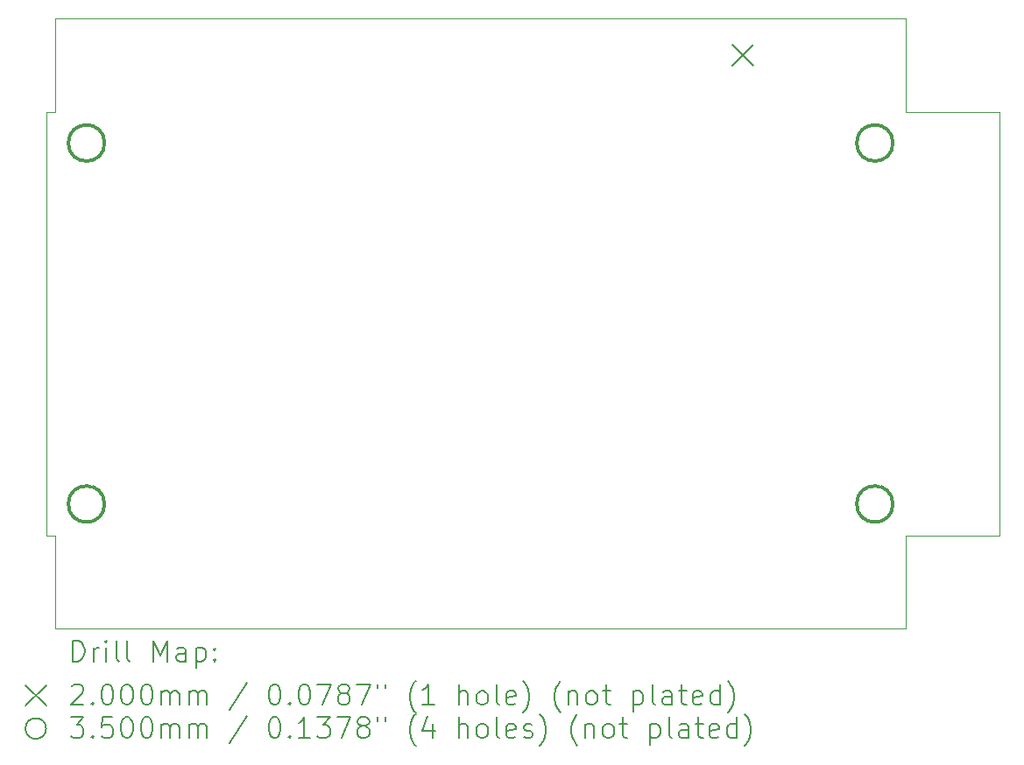
<source format=gbr>
%FSLAX45Y45*%
G04 Gerber Fmt 4.5, Leading zero omitted, Abs format (unit mm)*
G04 Created by KiCad (PCBNEW (6.0.4-0)) date 2023-07-28 13:04:55*
%MOMM*%
%LPD*%
G01*
G04 APERTURE LIST*
%TA.AperFunction,Profile*%
%ADD10C,0.100000*%
%TD*%
%ADD11C,0.200000*%
%ADD12C,0.350000*%
G04 APERTURE END LIST*
D10*
X4883240Y-5988500D02*
X13107760Y-5988500D01*
X4801000Y-10989760D02*
X4883240Y-10989760D01*
X4801000Y-6892740D02*
X4883240Y-6892740D01*
X13107760Y-11894000D02*
X4883240Y-11894000D01*
X13107760Y-10989760D02*
X14012000Y-10989760D01*
X13107760Y-11894000D02*
X13107760Y-10989760D01*
X4883240Y-10989760D02*
X4883240Y-11894000D01*
X14012000Y-6892740D02*
X14012000Y-10989760D01*
X4801000Y-6892740D02*
X4801000Y-10989760D01*
X13107760Y-6892740D02*
X14012000Y-6892740D01*
X4883240Y-6892740D02*
X4883240Y-5988500D01*
X13107760Y-5988500D02*
X13107760Y-6892740D01*
D11*
X11428000Y-6246000D02*
X11628000Y-6446000D01*
X11628000Y-6246000D02*
X11428000Y-6446000D01*
D12*
X5360500Y-7195000D02*
G75*
G03*
X5360500Y-7195000I-175000J0D01*
G01*
X5360500Y-10687500D02*
G75*
G03*
X5360500Y-10687500I-175000J0D01*
G01*
X12980500Y-7195000D02*
G75*
G03*
X12980500Y-7195000I-175000J0D01*
G01*
X12980500Y-10687500D02*
G75*
G03*
X12980500Y-10687500I-175000J0D01*
G01*
D11*
X5053619Y-12209476D02*
X5053619Y-12009476D01*
X5101238Y-12009476D01*
X5129810Y-12019000D01*
X5148857Y-12038048D01*
X5158381Y-12057095D01*
X5167905Y-12095190D01*
X5167905Y-12123762D01*
X5158381Y-12161857D01*
X5148857Y-12180905D01*
X5129810Y-12199952D01*
X5101238Y-12209476D01*
X5053619Y-12209476D01*
X5253619Y-12209476D02*
X5253619Y-12076143D01*
X5253619Y-12114238D02*
X5263143Y-12095190D01*
X5272667Y-12085667D01*
X5291714Y-12076143D01*
X5310762Y-12076143D01*
X5377429Y-12209476D02*
X5377429Y-12076143D01*
X5377429Y-12009476D02*
X5367905Y-12019000D01*
X5377429Y-12028524D01*
X5386952Y-12019000D01*
X5377429Y-12009476D01*
X5377429Y-12028524D01*
X5501238Y-12209476D02*
X5482190Y-12199952D01*
X5472667Y-12180905D01*
X5472667Y-12009476D01*
X5606000Y-12209476D02*
X5586952Y-12199952D01*
X5577429Y-12180905D01*
X5577429Y-12009476D01*
X5834571Y-12209476D02*
X5834571Y-12009476D01*
X5901238Y-12152333D01*
X5967905Y-12009476D01*
X5967905Y-12209476D01*
X6148857Y-12209476D02*
X6148857Y-12104714D01*
X6139333Y-12085667D01*
X6120286Y-12076143D01*
X6082190Y-12076143D01*
X6063143Y-12085667D01*
X6148857Y-12199952D02*
X6129809Y-12209476D01*
X6082190Y-12209476D01*
X6063143Y-12199952D01*
X6053619Y-12180905D01*
X6053619Y-12161857D01*
X6063143Y-12142809D01*
X6082190Y-12133286D01*
X6129809Y-12133286D01*
X6148857Y-12123762D01*
X6244095Y-12076143D02*
X6244095Y-12276143D01*
X6244095Y-12085667D02*
X6263143Y-12076143D01*
X6301238Y-12076143D01*
X6320286Y-12085667D01*
X6329809Y-12095190D01*
X6339333Y-12114238D01*
X6339333Y-12171381D01*
X6329809Y-12190428D01*
X6320286Y-12199952D01*
X6301238Y-12209476D01*
X6263143Y-12209476D01*
X6244095Y-12199952D01*
X6425048Y-12190428D02*
X6434571Y-12199952D01*
X6425048Y-12209476D01*
X6415524Y-12199952D01*
X6425048Y-12190428D01*
X6425048Y-12209476D01*
X6425048Y-12085667D02*
X6434571Y-12095190D01*
X6425048Y-12104714D01*
X6415524Y-12095190D01*
X6425048Y-12085667D01*
X6425048Y-12104714D01*
X4596000Y-12439000D02*
X4796000Y-12639000D01*
X4796000Y-12439000D02*
X4596000Y-12639000D01*
X5044095Y-12448524D02*
X5053619Y-12439000D01*
X5072667Y-12429476D01*
X5120286Y-12429476D01*
X5139333Y-12439000D01*
X5148857Y-12448524D01*
X5158381Y-12467571D01*
X5158381Y-12486619D01*
X5148857Y-12515190D01*
X5034571Y-12629476D01*
X5158381Y-12629476D01*
X5244095Y-12610428D02*
X5253619Y-12619952D01*
X5244095Y-12629476D01*
X5234571Y-12619952D01*
X5244095Y-12610428D01*
X5244095Y-12629476D01*
X5377429Y-12429476D02*
X5396476Y-12429476D01*
X5415524Y-12439000D01*
X5425048Y-12448524D01*
X5434571Y-12467571D01*
X5444095Y-12505667D01*
X5444095Y-12553286D01*
X5434571Y-12591381D01*
X5425048Y-12610428D01*
X5415524Y-12619952D01*
X5396476Y-12629476D01*
X5377429Y-12629476D01*
X5358381Y-12619952D01*
X5348857Y-12610428D01*
X5339333Y-12591381D01*
X5329810Y-12553286D01*
X5329810Y-12505667D01*
X5339333Y-12467571D01*
X5348857Y-12448524D01*
X5358381Y-12439000D01*
X5377429Y-12429476D01*
X5567905Y-12429476D02*
X5586952Y-12429476D01*
X5606000Y-12439000D01*
X5615524Y-12448524D01*
X5625048Y-12467571D01*
X5634571Y-12505667D01*
X5634571Y-12553286D01*
X5625048Y-12591381D01*
X5615524Y-12610428D01*
X5606000Y-12619952D01*
X5586952Y-12629476D01*
X5567905Y-12629476D01*
X5548857Y-12619952D01*
X5539333Y-12610428D01*
X5529810Y-12591381D01*
X5520286Y-12553286D01*
X5520286Y-12505667D01*
X5529810Y-12467571D01*
X5539333Y-12448524D01*
X5548857Y-12439000D01*
X5567905Y-12429476D01*
X5758381Y-12429476D02*
X5777428Y-12429476D01*
X5796476Y-12439000D01*
X5806000Y-12448524D01*
X5815524Y-12467571D01*
X5825048Y-12505667D01*
X5825048Y-12553286D01*
X5815524Y-12591381D01*
X5806000Y-12610428D01*
X5796476Y-12619952D01*
X5777428Y-12629476D01*
X5758381Y-12629476D01*
X5739333Y-12619952D01*
X5729809Y-12610428D01*
X5720286Y-12591381D01*
X5710762Y-12553286D01*
X5710762Y-12505667D01*
X5720286Y-12467571D01*
X5729809Y-12448524D01*
X5739333Y-12439000D01*
X5758381Y-12429476D01*
X5910762Y-12629476D02*
X5910762Y-12496143D01*
X5910762Y-12515190D02*
X5920286Y-12505667D01*
X5939333Y-12496143D01*
X5967905Y-12496143D01*
X5986952Y-12505667D01*
X5996476Y-12524714D01*
X5996476Y-12629476D01*
X5996476Y-12524714D02*
X6006000Y-12505667D01*
X6025048Y-12496143D01*
X6053619Y-12496143D01*
X6072667Y-12505667D01*
X6082190Y-12524714D01*
X6082190Y-12629476D01*
X6177428Y-12629476D02*
X6177428Y-12496143D01*
X6177428Y-12515190D02*
X6186952Y-12505667D01*
X6206000Y-12496143D01*
X6234571Y-12496143D01*
X6253619Y-12505667D01*
X6263143Y-12524714D01*
X6263143Y-12629476D01*
X6263143Y-12524714D02*
X6272667Y-12505667D01*
X6291714Y-12496143D01*
X6320286Y-12496143D01*
X6339333Y-12505667D01*
X6348857Y-12524714D01*
X6348857Y-12629476D01*
X6739333Y-12419952D02*
X6567905Y-12677095D01*
X6996476Y-12429476D02*
X7015524Y-12429476D01*
X7034571Y-12439000D01*
X7044095Y-12448524D01*
X7053619Y-12467571D01*
X7063143Y-12505667D01*
X7063143Y-12553286D01*
X7053619Y-12591381D01*
X7044095Y-12610428D01*
X7034571Y-12619952D01*
X7015524Y-12629476D01*
X6996476Y-12629476D01*
X6977428Y-12619952D01*
X6967905Y-12610428D01*
X6958381Y-12591381D01*
X6948857Y-12553286D01*
X6948857Y-12505667D01*
X6958381Y-12467571D01*
X6967905Y-12448524D01*
X6977428Y-12439000D01*
X6996476Y-12429476D01*
X7148857Y-12610428D02*
X7158381Y-12619952D01*
X7148857Y-12629476D01*
X7139333Y-12619952D01*
X7148857Y-12610428D01*
X7148857Y-12629476D01*
X7282190Y-12429476D02*
X7301238Y-12429476D01*
X7320286Y-12439000D01*
X7329809Y-12448524D01*
X7339333Y-12467571D01*
X7348857Y-12505667D01*
X7348857Y-12553286D01*
X7339333Y-12591381D01*
X7329809Y-12610428D01*
X7320286Y-12619952D01*
X7301238Y-12629476D01*
X7282190Y-12629476D01*
X7263143Y-12619952D01*
X7253619Y-12610428D01*
X7244095Y-12591381D01*
X7234571Y-12553286D01*
X7234571Y-12505667D01*
X7244095Y-12467571D01*
X7253619Y-12448524D01*
X7263143Y-12439000D01*
X7282190Y-12429476D01*
X7415524Y-12429476D02*
X7548857Y-12429476D01*
X7463143Y-12629476D01*
X7653619Y-12515190D02*
X7634571Y-12505667D01*
X7625048Y-12496143D01*
X7615524Y-12477095D01*
X7615524Y-12467571D01*
X7625048Y-12448524D01*
X7634571Y-12439000D01*
X7653619Y-12429476D01*
X7691714Y-12429476D01*
X7710762Y-12439000D01*
X7720286Y-12448524D01*
X7729809Y-12467571D01*
X7729809Y-12477095D01*
X7720286Y-12496143D01*
X7710762Y-12505667D01*
X7691714Y-12515190D01*
X7653619Y-12515190D01*
X7634571Y-12524714D01*
X7625048Y-12534238D01*
X7615524Y-12553286D01*
X7615524Y-12591381D01*
X7625048Y-12610428D01*
X7634571Y-12619952D01*
X7653619Y-12629476D01*
X7691714Y-12629476D01*
X7710762Y-12619952D01*
X7720286Y-12610428D01*
X7729809Y-12591381D01*
X7729809Y-12553286D01*
X7720286Y-12534238D01*
X7710762Y-12524714D01*
X7691714Y-12515190D01*
X7796476Y-12429476D02*
X7929809Y-12429476D01*
X7844095Y-12629476D01*
X7996476Y-12429476D02*
X7996476Y-12467571D01*
X8072667Y-12429476D02*
X8072667Y-12467571D01*
X8367905Y-12705667D02*
X8358381Y-12696143D01*
X8339333Y-12667571D01*
X8329809Y-12648524D01*
X8320286Y-12619952D01*
X8310762Y-12572333D01*
X8310762Y-12534238D01*
X8320286Y-12486619D01*
X8329809Y-12458048D01*
X8339333Y-12439000D01*
X8358381Y-12410428D01*
X8367905Y-12400905D01*
X8548857Y-12629476D02*
X8434571Y-12629476D01*
X8491714Y-12629476D02*
X8491714Y-12429476D01*
X8472667Y-12458048D01*
X8453619Y-12477095D01*
X8434571Y-12486619D01*
X8786952Y-12629476D02*
X8786952Y-12429476D01*
X8872667Y-12629476D02*
X8872667Y-12524714D01*
X8863143Y-12505667D01*
X8844095Y-12496143D01*
X8815524Y-12496143D01*
X8796476Y-12505667D01*
X8786952Y-12515190D01*
X8996476Y-12629476D02*
X8977429Y-12619952D01*
X8967905Y-12610428D01*
X8958381Y-12591381D01*
X8958381Y-12534238D01*
X8967905Y-12515190D01*
X8977429Y-12505667D01*
X8996476Y-12496143D01*
X9025048Y-12496143D01*
X9044095Y-12505667D01*
X9053619Y-12515190D01*
X9063143Y-12534238D01*
X9063143Y-12591381D01*
X9053619Y-12610428D01*
X9044095Y-12619952D01*
X9025048Y-12629476D01*
X8996476Y-12629476D01*
X9177429Y-12629476D02*
X9158381Y-12619952D01*
X9148857Y-12600905D01*
X9148857Y-12429476D01*
X9329810Y-12619952D02*
X9310762Y-12629476D01*
X9272667Y-12629476D01*
X9253619Y-12619952D01*
X9244095Y-12600905D01*
X9244095Y-12524714D01*
X9253619Y-12505667D01*
X9272667Y-12496143D01*
X9310762Y-12496143D01*
X9329810Y-12505667D01*
X9339333Y-12524714D01*
X9339333Y-12543762D01*
X9244095Y-12562809D01*
X9406000Y-12705667D02*
X9415524Y-12696143D01*
X9434571Y-12667571D01*
X9444095Y-12648524D01*
X9453619Y-12619952D01*
X9463143Y-12572333D01*
X9463143Y-12534238D01*
X9453619Y-12486619D01*
X9444095Y-12458048D01*
X9434571Y-12439000D01*
X9415524Y-12410428D01*
X9406000Y-12400905D01*
X9767905Y-12705667D02*
X9758381Y-12696143D01*
X9739333Y-12667571D01*
X9729810Y-12648524D01*
X9720286Y-12619952D01*
X9710762Y-12572333D01*
X9710762Y-12534238D01*
X9720286Y-12486619D01*
X9729810Y-12458048D01*
X9739333Y-12439000D01*
X9758381Y-12410428D01*
X9767905Y-12400905D01*
X9844095Y-12496143D02*
X9844095Y-12629476D01*
X9844095Y-12515190D02*
X9853619Y-12505667D01*
X9872667Y-12496143D01*
X9901238Y-12496143D01*
X9920286Y-12505667D01*
X9929810Y-12524714D01*
X9929810Y-12629476D01*
X10053619Y-12629476D02*
X10034571Y-12619952D01*
X10025048Y-12610428D01*
X10015524Y-12591381D01*
X10015524Y-12534238D01*
X10025048Y-12515190D01*
X10034571Y-12505667D01*
X10053619Y-12496143D01*
X10082190Y-12496143D01*
X10101238Y-12505667D01*
X10110762Y-12515190D01*
X10120286Y-12534238D01*
X10120286Y-12591381D01*
X10110762Y-12610428D01*
X10101238Y-12619952D01*
X10082190Y-12629476D01*
X10053619Y-12629476D01*
X10177429Y-12496143D02*
X10253619Y-12496143D01*
X10206000Y-12429476D02*
X10206000Y-12600905D01*
X10215524Y-12619952D01*
X10234571Y-12629476D01*
X10253619Y-12629476D01*
X10472667Y-12496143D02*
X10472667Y-12696143D01*
X10472667Y-12505667D02*
X10491714Y-12496143D01*
X10529810Y-12496143D01*
X10548857Y-12505667D01*
X10558381Y-12515190D01*
X10567905Y-12534238D01*
X10567905Y-12591381D01*
X10558381Y-12610428D01*
X10548857Y-12619952D01*
X10529810Y-12629476D01*
X10491714Y-12629476D01*
X10472667Y-12619952D01*
X10682190Y-12629476D02*
X10663143Y-12619952D01*
X10653619Y-12600905D01*
X10653619Y-12429476D01*
X10844095Y-12629476D02*
X10844095Y-12524714D01*
X10834571Y-12505667D01*
X10815524Y-12496143D01*
X10777429Y-12496143D01*
X10758381Y-12505667D01*
X10844095Y-12619952D02*
X10825048Y-12629476D01*
X10777429Y-12629476D01*
X10758381Y-12619952D01*
X10748857Y-12600905D01*
X10748857Y-12581857D01*
X10758381Y-12562809D01*
X10777429Y-12553286D01*
X10825048Y-12553286D01*
X10844095Y-12543762D01*
X10910762Y-12496143D02*
X10986952Y-12496143D01*
X10939333Y-12429476D02*
X10939333Y-12600905D01*
X10948857Y-12619952D01*
X10967905Y-12629476D01*
X10986952Y-12629476D01*
X11129810Y-12619952D02*
X11110762Y-12629476D01*
X11072667Y-12629476D01*
X11053619Y-12619952D01*
X11044095Y-12600905D01*
X11044095Y-12524714D01*
X11053619Y-12505667D01*
X11072667Y-12496143D01*
X11110762Y-12496143D01*
X11129810Y-12505667D01*
X11139333Y-12524714D01*
X11139333Y-12543762D01*
X11044095Y-12562809D01*
X11310762Y-12629476D02*
X11310762Y-12429476D01*
X11310762Y-12619952D02*
X11291714Y-12629476D01*
X11253619Y-12629476D01*
X11234571Y-12619952D01*
X11225048Y-12610428D01*
X11215524Y-12591381D01*
X11215524Y-12534238D01*
X11225048Y-12515190D01*
X11234571Y-12505667D01*
X11253619Y-12496143D01*
X11291714Y-12496143D01*
X11310762Y-12505667D01*
X11386952Y-12705667D02*
X11396476Y-12696143D01*
X11415524Y-12667571D01*
X11425048Y-12648524D01*
X11434571Y-12619952D01*
X11444095Y-12572333D01*
X11444095Y-12534238D01*
X11434571Y-12486619D01*
X11425048Y-12458048D01*
X11415524Y-12439000D01*
X11396476Y-12410428D01*
X11386952Y-12400905D01*
X4796000Y-12859000D02*
G75*
G03*
X4796000Y-12859000I-100000J0D01*
G01*
X5034571Y-12749476D02*
X5158381Y-12749476D01*
X5091714Y-12825667D01*
X5120286Y-12825667D01*
X5139333Y-12835190D01*
X5148857Y-12844714D01*
X5158381Y-12863762D01*
X5158381Y-12911381D01*
X5148857Y-12930428D01*
X5139333Y-12939952D01*
X5120286Y-12949476D01*
X5063143Y-12949476D01*
X5044095Y-12939952D01*
X5034571Y-12930428D01*
X5244095Y-12930428D02*
X5253619Y-12939952D01*
X5244095Y-12949476D01*
X5234571Y-12939952D01*
X5244095Y-12930428D01*
X5244095Y-12949476D01*
X5434571Y-12749476D02*
X5339333Y-12749476D01*
X5329810Y-12844714D01*
X5339333Y-12835190D01*
X5358381Y-12825667D01*
X5406000Y-12825667D01*
X5425048Y-12835190D01*
X5434571Y-12844714D01*
X5444095Y-12863762D01*
X5444095Y-12911381D01*
X5434571Y-12930428D01*
X5425048Y-12939952D01*
X5406000Y-12949476D01*
X5358381Y-12949476D01*
X5339333Y-12939952D01*
X5329810Y-12930428D01*
X5567905Y-12749476D02*
X5586952Y-12749476D01*
X5606000Y-12759000D01*
X5615524Y-12768524D01*
X5625048Y-12787571D01*
X5634571Y-12825667D01*
X5634571Y-12873286D01*
X5625048Y-12911381D01*
X5615524Y-12930428D01*
X5606000Y-12939952D01*
X5586952Y-12949476D01*
X5567905Y-12949476D01*
X5548857Y-12939952D01*
X5539333Y-12930428D01*
X5529810Y-12911381D01*
X5520286Y-12873286D01*
X5520286Y-12825667D01*
X5529810Y-12787571D01*
X5539333Y-12768524D01*
X5548857Y-12759000D01*
X5567905Y-12749476D01*
X5758381Y-12749476D02*
X5777428Y-12749476D01*
X5796476Y-12759000D01*
X5806000Y-12768524D01*
X5815524Y-12787571D01*
X5825048Y-12825667D01*
X5825048Y-12873286D01*
X5815524Y-12911381D01*
X5806000Y-12930428D01*
X5796476Y-12939952D01*
X5777428Y-12949476D01*
X5758381Y-12949476D01*
X5739333Y-12939952D01*
X5729809Y-12930428D01*
X5720286Y-12911381D01*
X5710762Y-12873286D01*
X5710762Y-12825667D01*
X5720286Y-12787571D01*
X5729809Y-12768524D01*
X5739333Y-12759000D01*
X5758381Y-12749476D01*
X5910762Y-12949476D02*
X5910762Y-12816143D01*
X5910762Y-12835190D02*
X5920286Y-12825667D01*
X5939333Y-12816143D01*
X5967905Y-12816143D01*
X5986952Y-12825667D01*
X5996476Y-12844714D01*
X5996476Y-12949476D01*
X5996476Y-12844714D02*
X6006000Y-12825667D01*
X6025048Y-12816143D01*
X6053619Y-12816143D01*
X6072667Y-12825667D01*
X6082190Y-12844714D01*
X6082190Y-12949476D01*
X6177428Y-12949476D02*
X6177428Y-12816143D01*
X6177428Y-12835190D02*
X6186952Y-12825667D01*
X6206000Y-12816143D01*
X6234571Y-12816143D01*
X6253619Y-12825667D01*
X6263143Y-12844714D01*
X6263143Y-12949476D01*
X6263143Y-12844714D02*
X6272667Y-12825667D01*
X6291714Y-12816143D01*
X6320286Y-12816143D01*
X6339333Y-12825667D01*
X6348857Y-12844714D01*
X6348857Y-12949476D01*
X6739333Y-12739952D02*
X6567905Y-12997095D01*
X6996476Y-12749476D02*
X7015524Y-12749476D01*
X7034571Y-12759000D01*
X7044095Y-12768524D01*
X7053619Y-12787571D01*
X7063143Y-12825667D01*
X7063143Y-12873286D01*
X7053619Y-12911381D01*
X7044095Y-12930428D01*
X7034571Y-12939952D01*
X7015524Y-12949476D01*
X6996476Y-12949476D01*
X6977428Y-12939952D01*
X6967905Y-12930428D01*
X6958381Y-12911381D01*
X6948857Y-12873286D01*
X6948857Y-12825667D01*
X6958381Y-12787571D01*
X6967905Y-12768524D01*
X6977428Y-12759000D01*
X6996476Y-12749476D01*
X7148857Y-12930428D02*
X7158381Y-12939952D01*
X7148857Y-12949476D01*
X7139333Y-12939952D01*
X7148857Y-12930428D01*
X7148857Y-12949476D01*
X7348857Y-12949476D02*
X7234571Y-12949476D01*
X7291714Y-12949476D02*
X7291714Y-12749476D01*
X7272667Y-12778048D01*
X7253619Y-12797095D01*
X7234571Y-12806619D01*
X7415524Y-12749476D02*
X7539333Y-12749476D01*
X7472667Y-12825667D01*
X7501238Y-12825667D01*
X7520286Y-12835190D01*
X7529809Y-12844714D01*
X7539333Y-12863762D01*
X7539333Y-12911381D01*
X7529809Y-12930428D01*
X7520286Y-12939952D01*
X7501238Y-12949476D01*
X7444095Y-12949476D01*
X7425048Y-12939952D01*
X7415524Y-12930428D01*
X7606000Y-12749476D02*
X7739333Y-12749476D01*
X7653619Y-12949476D01*
X7844095Y-12835190D02*
X7825048Y-12825667D01*
X7815524Y-12816143D01*
X7806000Y-12797095D01*
X7806000Y-12787571D01*
X7815524Y-12768524D01*
X7825048Y-12759000D01*
X7844095Y-12749476D01*
X7882190Y-12749476D01*
X7901238Y-12759000D01*
X7910762Y-12768524D01*
X7920286Y-12787571D01*
X7920286Y-12797095D01*
X7910762Y-12816143D01*
X7901238Y-12825667D01*
X7882190Y-12835190D01*
X7844095Y-12835190D01*
X7825048Y-12844714D01*
X7815524Y-12854238D01*
X7806000Y-12873286D01*
X7806000Y-12911381D01*
X7815524Y-12930428D01*
X7825048Y-12939952D01*
X7844095Y-12949476D01*
X7882190Y-12949476D01*
X7901238Y-12939952D01*
X7910762Y-12930428D01*
X7920286Y-12911381D01*
X7920286Y-12873286D01*
X7910762Y-12854238D01*
X7901238Y-12844714D01*
X7882190Y-12835190D01*
X7996476Y-12749476D02*
X7996476Y-12787571D01*
X8072667Y-12749476D02*
X8072667Y-12787571D01*
X8367905Y-13025667D02*
X8358381Y-13016143D01*
X8339333Y-12987571D01*
X8329809Y-12968524D01*
X8320286Y-12939952D01*
X8310762Y-12892333D01*
X8310762Y-12854238D01*
X8320286Y-12806619D01*
X8329809Y-12778048D01*
X8339333Y-12759000D01*
X8358381Y-12730428D01*
X8367905Y-12720905D01*
X8529810Y-12816143D02*
X8529810Y-12949476D01*
X8482190Y-12739952D02*
X8434571Y-12882809D01*
X8558381Y-12882809D01*
X8786952Y-12949476D02*
X8786952Y-12749476D01*
X8872667Y-12949476D02*
X8872667Y-12844714D01*
X8863143Y-12825667D01*
X8844095Y-12816143D01*
X8815524Y-12816143D01*
X8796476Y-12825667D01*
X8786952Y-12835190D01*
X8996476Y-12949476D02*
X8977429Y-12939952D01*
X8967905Y-12930428D01*
X8958381Y-12911381D01*
X8958381Y-12854238D01*
X8967905Y-12835190D01*
X8977429Y-12825667D01*
X8996476Y-12816143D01*
X9025048Y-12816143D01*
X9044095Y-12825667D01*
X9053619Y-12835190D01*
X9063143Y-12854238D01*
X9063143Y-12911381D01*
X9053619Y-12930428D01*
X9044095Y-12939952D01*
X9025048Y-12949476D01*
X8996476Y-12949476D01*
X9177429Y-12949476D02*
X9158381Y-12939952D01*
X9148857Y-12920905D01*
X9148857Y-12749476D01*
X9329810Y-12939952D02*
X9310762Y-12949476D01*
X9272667Y-12949476D01*
X9253619Y-12939952D01*
X9244095Y-12920905D01*
X9244095Y-12844714D01*
X9253619Y-12825667D01*
X9272667Y-12816143D01*
X9310762Y-12816143D01*
X9329810Y-12825667D01*
X9339333Y-12844714D01*
X9339333Y-12863762D01*
X9244095Y-12882809D01*
X9415524Y-12939952D02*
X9434571Y-12949476D01*
X9472667Y-12949476D01*
X9491714Y-12939952D01*
X9501238Y-12920905D01*
X9501238Y-12911381D01*
X9491714Y-12892333D01*
X9472667Y-12882809D01*
X9444095Y-12882809D01*
X9425048Y-12873286D01*
X9415524Y-12854238D01*
X9415524Y-12844714D01*
X9425048Y-12825667D01*
X9444095Y-12816143D01*
X9472667Y-12816143D01*
X9491714Y-12825667D01*
X9567905Y-13025667D02*
X9577429Y-13016143D01*
X9596476Y-12987571D01*
X9606000Y-12968524D01*
X9615524Y-12939952D01*
X9625048Y-12892333D01*
X9625048Y-12854238D01*
X9615524Y-12806619D01*
X9606000Y-12778048D01*
X9596476Y-12759000D01*
X9577429Y-12730428D01*
X9567905Y-12720905D01*
X9929810Y-13025667D02*
X9920286Y-13016143D01*
X9901238Y-12987571D01*
X9891714Y-12968524D01*
X9882190Y-12939952D01*
X9872667Y-12892333D01*
X9872667Y-12854238D01*
X9882190Y-12806619D01*
X9891714Y-12778048D01*
X9901238Y-12759000D01*
X9920286Y-12730428D01*
X9929810Y-12720905D01*
X10006000Y-12816143D02*
X10006000Y-12949476D01*
X10006000Y-12835190D02*
X10015524Y-12825667D01*
X10034571Y-12816143D01*
X10063143Y-12816143D01*
X10082190Y-12825667D01*
X10091714Y-12844714D01*
X10091714Y-12949476D01*
X10215524Y-12949476D02*
X10196476Y-12939952D01*
X10186952Y-12930428D01*
X10177429Y-12911381D01*
X10177429Y-12854238D01*
X10186952Y-12835190D01*
X10196476Y-12825667D01*
X10215524Y-12816143D01*
X10244095Y-12816143D01*
X10263143Y-12825667D01*
X10272667Y-12835190D01*
X10282190Y-12854238D01*
X10282190Y-12911381D01*
X10272667Y-12930428D01*
X10263143Y-12939952D01*
X10244095Y-12949476D01*
X10215524Y-12949476D01*
X10339333Y-12816143D02*
X10415524Y-12816143D01*
X10367905Y-12749476D02*
X10367905Y-12920905D01*
X10377429Y-12939952D01*
X10396476Y-12949476D01*
X10415524Y-12949476D01*
X10634571Y-12816143D02*
X10634571Y-13016143D01*
X10634571Y-12825667D02*
X10653619Y-12816143D01*
X10691714Y-12816143D01*
X10710762Y-12825667D01*
X10720286Y-12835190D01*
X10729810Y-12854238D01*
X10729810Y-12911381D01*
X10720286Y-12930428D01*
X10710762Y-12939952D01*
X10691714Y-12949476D01*
X10653619Y-12949476D01*
X10634571Y-12939952D01*
X10844095Y-12949476D02*
X10825048Y-12939952D01*
X10815524Y-12920905D01*
X10815524Y-12749476D01*
X11006000Y-12949476D02*
X11006000Y-12844714D01*
X10996476Y-12825667D01*
X10977429Y-12816143D01*
X10939333Y-12816143D01*
X10920286Y-12825667D01*
X11006000Y-12939952D02*
X10986952Y-12949476D01*
X10939333Y-12949476D01*
X10920286Y-12939952D01*
X10910762Y-12920905D01*
X10910762Y-12901857D01*
X10920286Y-12882809D01*
X10939333Y-12873286D01*
X10986952Y-12873286D01*
X11006000Y-12863762D01*
X11072667Y-12816143D02*
X11148857Y-12816143D01*
X11101238Y-12749476D02*
X11101238Y-12920905D01*
X11110762Y-12939952D01*
X11129810Y-12949476D01*
X11148857Y-12949476D01*
X11291714Y-12939952D02*
X11272667Y-12949476D01*
X11234571Y-12949476D01*
X11215524Y-12939952D01*
X11206000Y-12920905D01*
X11206000Y-12844714D01*
X11215524Y-12825667D01*
X11234571Y-12816143D01*
X11272667Y-12816143D01*
X11291714Y-12825667D01*
X11301238Y-12844714D01*
X11301238Y-12863762D01*
X11206000Y-12882809D01*
X11472667Y-12949476D02*
X11472667Y-12749476D01*
X11472667Y-12939952D02*
X11453619Y-12949476D01*
X11415524Y-12949476D01*
X11396476Y-12939952D01*
X11386952Y-12930428D01*
X11377428Y-12911381D01*
X11377428Y-12854238D01*
X11386952Y-12835190D01*
X11396476Y-12825667D01*
X11415524Y-12816143D01*
X11453619Y-12816143D01*
X11472667Y-12825667D01*
X11548857Y-13025667D02*
X11558381Y-13016143D01*
X11577428Y-12987571D01*
X11586952Y-12968524D01*
X11596476Y-12939952D01*
X11606000Y-12892333D01*
X11606000Y-12854238D01*
X11596476Y-12806619D01*
X11586952Y-12778048D01*
X11577428Y-12759000D01*
X11558381Y-12730428D01*
X11548857Y-12720905D01*
M02*

</source>
